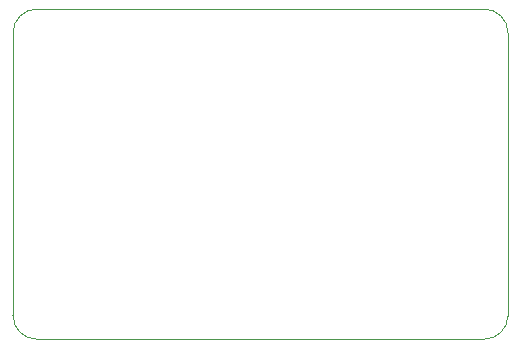
<source format=gbr>
G04 #@! TF.GenerationSoftware,KiCad,Pcbnew,8.0.0-rc2-192-gade987c101*
G04 #@! TF.CreationDate,2024-01-30T18:43:21+01:00*
G04 #@! TF.ProjectId,xDuinoRail-Breakout-RailcomDetect,78447569-6e6f-4526-9169-6c2d42726561,rev?*
G04 #@! TF.SameCoordinates,Original*
G04 #@! TF.FileFunction,Profile,NP*
%FSLAX46Y46*%
G04 Gerber Fmt 4.6, Leading zero omitted, Abs format (unit mm)*
G04 Created by KiCad (PCBNEW 8.0.0-rc2-192-gade987c101) date 2024-01-30 18:43:21*
%MOMM*%
%LPD*%
G01*
G04 APERTURE LIST*
G04 #@! TA.AperFunction,Profile*
%ADD10C,0.100000*%
G04 #@! TD*
G04 APERTURE END LIST*
D10*
X136525000Y-90265000D02*
G75*
G02*
X138525000Y-88265000I2000000J0D01*
G01*
X176435000Y-116205000D02*
X138525000Y-116205000D01*
X176435000Y-88265000D02*
G75*
G02*
X178435000Y-90265000I0J-2000000D01*
G01*
X138525000Y-116205000D02*
G75*
G02*
X136525000Y-114205000I0J2000000D01*
G01*
X178435000Y-90265000D02*
X178435000Y-114205000D01*
X178435000Y-114205000D02*
G75*
G02*
X176435000Y-116205000I-2000000J0D01*
G01*
X138525000Y-88265000D02*
X176435000Y-88265000D01*
X136525000Y-114205000D02*
X136525000Y-90265000D01*
M02*

</source>
